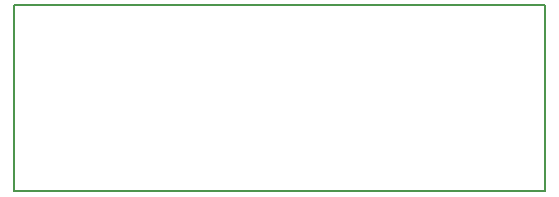
<source format=gko>
G04 #@! TF.FileFunction,Profile,NP*
%FSLAX46Y46*%
G04 Gerber Fmt 4.6, Leading zero omitted, Abs format (unit mm)*
G04 Created by KiCad (PCBNEW 4.0.1-3.201512221402+6198~38~ubuntu14.04.1-stable) date Mon 01 Feb 2016 11:31:49 PM PST*
%MOMM*%
G01*
G04 APERTURE LIST*
%ADD10C,0.100000*%
%ADD11C,0.150000*%
G04 APERTURE END LIST*
D10*
D11*
X202184000Y-109728000D02*
X157226000Y-109728000D01*
X202184000Y-93980000D02*
X157226000Y-93980000D01*
X157226000Y-109728000D02*
X157226000Y-93980000D01*
X202184000Y-93980000D02*
X202184000Y-109728000D01*
M02*

</source>
